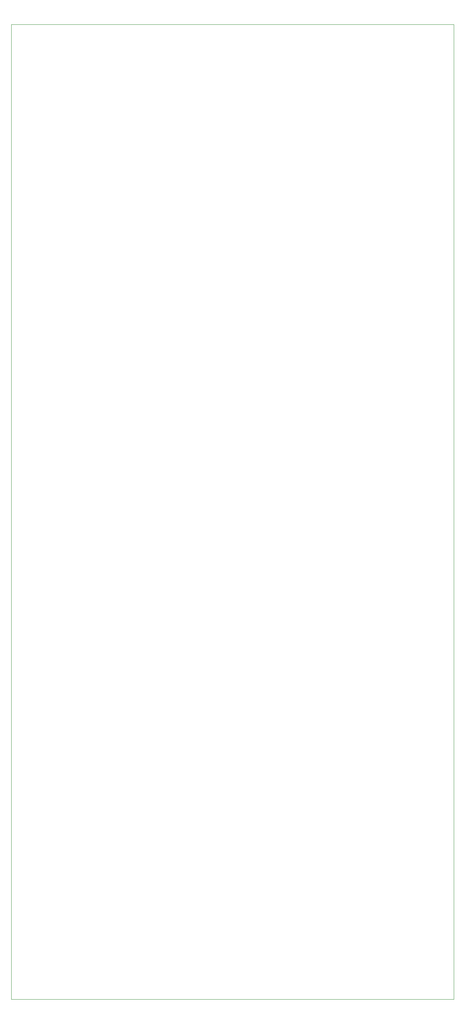
<source format=gbr>
%TF.GenerationSoftware,KiCad,Pcbnew,8.0.2*%
%TF.CreationDate,2024-12-14T16:27:18+01:00*%
%TF.ProjectId,pss_outstageboard,7073735f-6f75-4747-9374-616765626f61,1.0.0*%
%TF.SameCoordinates,Original*%
%TF.FileFunction,Profile,NP*%
%FSLAX46Y46*%
G04 Gerber Fmt 4.6, Leading zero omitted, Abs format (unit mm)*
G04 Created by KiCad (PCBNEW 8.0.2) date 2024-12-14 16:27:18*
%MOMM*%
%LPD*%
G01*
G04 APERTURE LIST*
%TA.AperFunction,Profile*%
%ADD10C,0.100000*%
%TD*%
G04 APERTURE END LIST*
D10*
X160000000Y-240000000D02*
X160000000Y-20000000D01*
X260000000Y-240000000D02*
X160000000Y-240000000D01*
X160000000Y-20000000D02*
X260000000Y-20000000D01*
X260000000Y-20000000D02*
X260000000Y-240000000D01*
M02*

</source>
